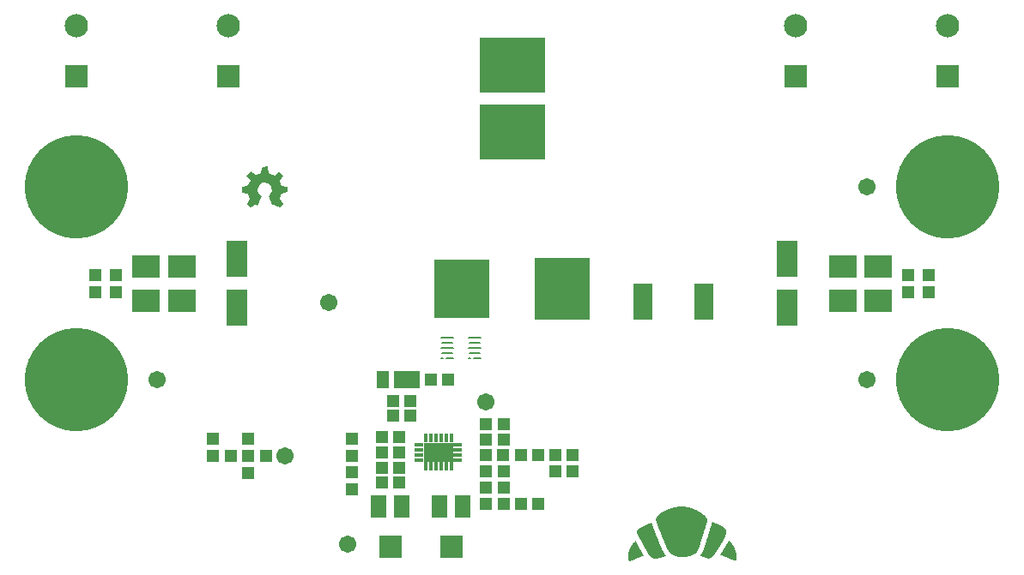
<source format=gts>
G04*
G04 #@! TF.GenerationSoftware,Altium Limited,Altium Designer,21.3.2 (30)*
G04*
G04 Layer_Color=8388736*
%FSLAX25Y25*%
%MOIN*%
G70*
G04*
G04 #@! TF.SameCoordinates,26355F08-9206-417B-94F2-C20795E45030*
G04*
G04*
G04 #@! TF.FilePolarity,Negative*
G04*
G01*
G75*
G04:AMPARAMS|DCode=18|XSize=9.06mil|YSize=31.69mil|CornerRadius=2.26mil|HoleSize=0mil|Usage=FLASHONLY|Rotation=90.000|XOffset=0mil|YOffset=0mil|HoleType=Round|Shape=RoundedRectangle|*
%AMROUNDEDRECTD18*
21,1,0.00906,0.02717,0,0,90.0*
21,1,0.00453,0.03169,0,0,90.0*
1,1,0.00453,0.01358,0.00226*
1,1,0.00453,0.01358,-0.00226*
1,1,0.00453,-0.01358,-0.00226*
1,1,0.00453,-0.01358,0.00226*
%
%ADD18ROUNDEDRECTD18*%
G04:AMPARAMS|DCode=19|XSize=9.06mil|YSize=11.02mil|CornerRadius=2.26mil|HoleSize=0mil|Usage=FLASHONLY|Rotation=90.000|XOffset=0mil|YOffset=0mil|HoleType=Round|Shape=RoundedRectangle|*
%AMROUNDEDRECTD19*
21,1,0.00906,0.00650,0,0,90.0*
21,1,0.00453,0.01102,0,0,90.0*
1,1,0.00453,0.00325,0.00226*
1,1,0.00453,0.00325,-0.00226*
1,1,0.00453,-0.00325,-0.00226*
1,1,0.00453,-0.00325,0.00226*
%
%ADD19ROUNDEDRECTD19*%
G04:AMPARAMS|DCode=36|XSize=9.06mil|YSize=52.36mil|CornerRadius=2.26mil|HoleSize=0mil|Usage=FLASHONLY|Rotation=90.000|XOffset=0mil|YOffset=0mil|HoleType=Round|Shape=RoundedRectangle|*
%AMROUNDEDRECTD36*
21,1,0.00906,0.04784,0,0,90.0*
21,1,0.00453,0.05236,0,0,90.0*
1,1,0.00453,0.02392,0.00226*
1,1,0.00453,0.02392,-0.00226*
1,1,0.00453,-0.02392,-0.00226*
1,1,0.00453,-0.02392,0.00226*
%
%ADD36ROUNDEDRECTD36*%
G04:AMPARAMS|DCode=37|XSize=9.06mil|YSize=45.47mil|CornerRadius=2.26mil|HoleSize=0mil|Usage=FLASHONLY|Rotation=90.000|XOffset=0mil|YOffset=0mil|HoleType=Round|Shape=RoundedRectangle|*
%AMROUNDEDRECTD37*
21,1,0.00906,0.04095,0,0,90.0*
21,1,0.00453,0.04547,0,0,90.0*
1,1,0.00453,0.02047,0.00226*
1,1,0.00453,0.02047,-0.00226*
1,1,0.00453,-0.02047,-0.00226*
1,1,0.00453,-0.02047,0.00226*
%
%ADD37ROUNDEDRECTD37*%
%ADD38R,0.07296X0.13989*%
%ADD39R,0.25800X0.21587*%
%ADD40R,0.08083X0.14186*%
%ADD41R,0.05131X0.04737*%
%ADD42R,0.04737X0.05131*%
%ADD43R,0.05131X0.05131*%
%ADD44R,0.04934X0.06706*%
%ADD45R,0.10249X0.06706*%
%ADD46R,0.11233X0.07296*%
%ADD47R,0.03556X0.01784*%
%ADD48R,0.01784X0.03556*%
%ADD49R,0.21784X0.24028*%
%ADD50R,0.21784X0.22808*%
%ADD51R,0.08674X0.08674*%
%ADD52R,0.05918X0.08674*%
%ADD53R,0.11036X0.08674*%
%ADD54C,0.06706*%
%ADD55R,0.09068X0.09068*%
%ADD56C,0.09068*%
%ADD57C,0.40170*%
G36*
X102067Y162919D02*
X102315Y161156D01*
X104550Y160162D01*
X105196Y160759D01*
X106463Y161404D01*
X107878Y160138D01*
X106524Y158042D01*
X107305Y156018D01*
X109711Y155620D01*
X109663Y153548D01*
X107480Y153150D01*
X106636Y151030D01*
X108074Y149160D01*
X106577Y147527D01*
X104467Y148616D01*
X104195D01*
X104101Y148522D01*
X103543Y148671D01*
X102202Y151991D01*
X102535Y152358D01*
X103656Y153847D01*
X103376Y155685D01*
X102658Y156736D01*
X101029Y157279D01*
X100119Y157191D01*
X98998Y156579D01*
X98193Y155493D01*
X98105Y154285D01*
X98368Y153199D01*
X98945Y152533D01*
X99506Y152008D01*
X98035Y148471D01*
X97212Y148804D01*
X97002Y148664D01*
X95268Y147701D01*
X93902Y149049D01*
X95076Y151150D01*
X94200Y153129D01*
X91987Y153417D01*
Y155598D01*
X94044Y155965D01*
X95286Y158002D01*
X93821Y160138D01*
X95286Y161603D01*
X97323Y160237D01*
X99384Y161082D01*
X99657Y162969D01*
X99980Y163466D01*
X101868Y163515D01*
X102067Y162919D01*
D02*
G37*
G36*
X263369Y31210D02*
X264452D01*
Y31120D01*
X264813D01*
Y31029D01*
X265354D01*
Y30939D01*
X265625D01*
Y30849D01*
X266076D01*
Y30759D01*
X266347D01*
Y30669D01*
X266617D01*
Y30578D01*
X266888D01*
Y30488D01*
X267159D01*
Y30398D01*
X267429D01*
Y30308D01*
X267610D01*
Y30217D01*
X267790D01*
Y30127D01*
X268061D01*
Y30037D01*
X268241D01*
Y29947D01*
X268422D01*
Y29856D01*
X268602D01*
Y29766D01*
X268783D01*
Y29676D01*
X268963D01*
Y29586D01*
X269144D01*
Y29495D01*
X269324D01*
Y29405D01*
X269414D01*
Y29315D01*
X269595D01*
Y29225D01*
X269775D01*
Y29135D01*
X269865D01*
Y29044D01*
X270046D01*
Y28954D01*
X270136D01*
Y28864D01*
X270317D01*
Y28774D01*
X270407D01*
Y28684D01*
X270587D01*
Y28593D01*
X270678D01*
Y28503D01*
X270768D01*
Y28413D01*
X270948D01*
Y28323D01*
X271039D01*
Y28232D01*
X271129D01*
Y28142D01*
X271219D01*
Y28052D01*
X271309D01*
Y27962D01*
X271490D01*
Y27871D01*
X271580D01*
Y27781D01*
X271670D01*
Y27691D01*
X271760D01*
Y27601D01*
X271850D01*
Y27510D01*
X271941D01*
Y27420D01*
Y27330D01*
X272031D01*
Y27240D01*
X272121D01*
Y27150D01*
X272212D01*
Y27059D01*
Y26969D01*
X272302D01*
Y26879D01*
X272392D01*
Y26789D01*
Y26698D01*
X272482D01*
Y26608D01*
Y26518D01*
X272572D01*
Y26428D01*
Y26338D01*
Y26247D01*
Y26157D01*
X272663D01*
Y26067D01*
Y25977D01*
Y25886D01*
Y25796D01*
Y25706D01*
Y25616D01*
Y25526D01*
Y25435D01*
Y25345D01*
X272572D01*
Y25255D01*
Y25165D01*
Y25074D01*
Y24984D01*
X272482D01*
Y24894D01*
Y24804D01*
Y24713D01*
Y24623D01*
X272392D01*
Y24533D01*
Y24443D01*
X272302D01*
Y24352D01*
Y24262D01*
Y24172D01*
X272212D01*
Y24082D01*
Y23992D01*
Y23901D01*
X272121D01*
Y23811D01*
Y23721D01*
Y23631D01*
X272031D01*
Y23540D01*
Y23450D01*
Y23360D01*
Y23270D01*
X271941D01*
Y23179D01*
Y23089D01*
Y22999D01*
X271850D01*
Y22909D01*
Y22819D01*
Y22728D01*
X271760D01*
Y22638D01*
Y22548D01*
Y22458D01*
X271670D01*
Y22367D01*
Y22277D01*
Y22187D01*
X271580D01*
Y22097D01*
Y22007D01*
Y21916D01*
X271490D01*
Y21826D01*
Y21736D01*
Y21646D01*
Y21555D01*
X271399D01*
Y21465D01*
Y21375D01*
Y21285D01*
X271309D01*
Y21194D01*
Y21104D01*
Y21014D01*
X271219D01*
Y20924D01*
Y20834D01*
Y20743D01*
X271129D01*
Y20653D01*
Y20563D01*
Y20473D01*
X271039D01*
Y20382D01*
Y20292D01*
Y20202D01*
X270948D01*
Y20112D01*
Y20021D01*
Y19931D01*
Y19841D01*
X270858D01*
Y19751D01*
Y19661D01*
Y19570D01*
X270768D01*
Y19480D01*
Y19390D01*
Y19300D01*
X270678D01*
Y19209D01*
Y19119D01*
Y19029D01*
X270587D01*
Y18939D01*
Y18849D01*
Y18758D01*
X270497D01*
Y18668D01*
Y18578D01*
Y18488D01*
X270407D01*
Y18397D01*
Y18307D01*
Y18217D01*
Y18127D01*
X270317D01*
Y18036D01*
Y17946D01*
Y17856D01*
X270226D01*
Y17766D01*
Y17676D01*
Y17585D01*
X270136D01*
Y17495D01*
Y17405D01*
Y17315D01*
Y17224D01*
X270046D01*
Y17134D01*
Y17044D01*
Y16954D01*
X269956D01*
Y16864D01*
Y16773D01*
Y16683D01*
X269865D01*
Y16593D01*
Y16503D01*
Y16412D01*
X269775D01*
Y16322D01*
Y16232D01*
Y16142D01*
X269685D01*
Y16051D01*
Y15961D01*
Y15871D01*
X269595D01*
Y15781D01*
Y15691D01*
Y15600D01*
Y15510D01*
X269505D01*
Y15420D01*
Y15330D01*
Y15239D01*
X269414D01*
Y15149D01*
Y15059D01*
X269324D01*
Y14969D01*
Y14878D01*
Y14788D01*
X269234D01*
Y14698D01*
Y14608D01*
X269144D01*
Y14518D01*
Y14427D01*
X269054D01*
Y14337D01*
Y14247D01*
X268963D01*
Y14157D01*
Y14066D01*
X268873D01*
Y13976D01*
Y13886D01*
X268783D01*
Y13796D01*
X268692D01*
Y13706D01*
X268602D01*
Y13615D01*
Y13525D01*
X268512D01*
Y13435D01*
X268422D01*
Y13345D01*
X268332D01*
Y13254D01*
X268241D01*
Y13164D01*
X268061D01*
Y13074D01*
X267971D01*
Y12984D01*
X267881D01*
Y12893D01*
X267700D01*
Y12803D01*
X267520D01*
Y12713D01*
X267339D01*
Y12623D01*
X267159D01*
Y12533D01*
X266978D01*
Y12442D01*
X266798D01*
Y12352D01*
X266527D01*
Y12262D01*
X266256D01*
Y12172D01*
X265986D01*
Y12082D01*
X265715D01*
Y11991D01*
X265264D01*
Y11901D01*
X264993D01*
Y11811D01*
X264362D01*
Y11721D01*
X263098D01*
Y11630D01*
X262828D01*
Y11721D01*
X261655D01*
Y11811D01*
X261113D01*
Y11901D01*
X260752D01*
Y11991D01*
X260391D01*
Y12082D01*
X260211D01*
Y12172D01*
X259940D01*
Y12262D01*
X259670D01*
Y12352D01*
X259489D01*
Y12442D01*
X259309D01*
Y12533D01*
X259128D01*
Y12623D01*
X259038D01*
Y12713D01*
X258858D01*
Y12803D01*
X258677D01*
Y12893D01*
X258587D01*
Y12984D01*
X258497D01*
Y13074D01*
X258406D01*
Y13164D01*
X258316D01*
Y13254D01*
X258226D01*
Y13345D01*
X258136D01*
Y13435D01*
X258046D01*
Y13525D01*
X257955D01*
Y13615D01*
X257865D01*
Y13706D01*
X257775D01*
Y13796D01*
X257685D01*
Y13886D01*
Y13976D01*
X257594D01*
Y14066D01*
X257504D01*
Y14157D01*
Y14247D01*
X257414D01*
Y14337D01*
Y14427D01*
X257324D01*
Y14518D01*
X257234D01*
Y14608D01*
Y14698D01*
X257143D01*
Y14788D01*
Y14878D01*
X257053D01*
Y14969D01*
Y15059D01*
X256963D01*
Y15149D01*
Y15239D01*
X256873D01*
Y15330D01*
Y15420D01*
Y15510D01*
X256782D01*
Y15600D01*
Y15691D01*
X256692D01*
Y15781D01*
Y15871D01*
X256602D01*
Y15961D01*
Y16051D01*
X256512D01*
Y16142D01*
Y16232D01*
Y16322D01*
X256421D01*
Y16412D01*
Y16503D01*
X256331D01*
Y16593D01*
Y16683D01*
Y16773D01*
X256241D01*
Y16864D01*
Y16954D01*
Y17044D01*
X256151D01*
Y17134D01*
Y17224D01*
X256061D01*
Y17315D01*
Y17405D01*
X255970D01*
Y17495D01*
Y17585D01*
Y17676D01*
X255880D01*
Y17766D01*
Y17856D01*
X255790D01*
Y17946D01*
Y18036D01*
Y18127D01*
X255700D01*
Y18217D01*
Y18307D01*
X255609D01*
Y18397D01*
Y18488D01*
Y18578D01*
X255519D01*
Y18668D01*
Y18758D01*
X255429D01*
Y18849D01*
Y18939D01*
Y19029D01*
X255339D01*
Y19119D01*
Y19209D01*
X255248D01*
Y19300D01*
Y19390D01*
Y19480D01*
X255158D01*
Y19570D01*
Y19661D01*
Y19751D01*
X255068D01*
Y19841D01*
Y19931D01*
X254978D01*
Y20021D01*
Y20112D01*
X254888D01*
Y20202D01*
Y20292D01*
Y20382D01*
X254797D01*
Y20473D01*
Y20563D01*
X254707D01*
Y20653D01*
Y20743D01*
Y20834D01*
X254617D01*
Y20924D01*
Y21014D01*
X254527D01*
Y21104D01*
Y21194D01*
Y21285D01*
X254436D01*
Y21375D01*
Y21465D01*
X254346D01*
Y21555D01*
Y21646D01*
Y21736D01*
X254256D01*
Y21826D01*
Y21916D01*
X254166D01*
Y22007D01*
Y22097D01*
Y22187D01*
X254076D01*
Y22277D01*
Y22367D01*
X253985D01*
Y22458D01*
Y22548D01*
X253895D01*
Y22638D01*
Y22728D01*
Y22819D01*
X253805D01*
Y22909D01*
Y22999D01*
X253715D01*
Y23089D01*
Y23179D01*
Y23270D01*
X253624D01*
Y23360D01*
Y23450D01*
Y23540D01*
X253534D01*
Y23631D01*
Y23721D01*
X253444D01*
Y23811D01*
Y23901D01*
Y23992D01*
X253354D01*
Y24082D01*
Y24172D01*
X253263D01*
Y24262D01*
Y24352D01*
Y24443D01*
X253173D01*
Y24533D01*
Y24623D01*
X253083D01*
Y24713D01*
Y24804D01*
Y24894D01*
X252993D01*
Y24984D01*
Y25074D01*
Y25165D01*
Y25255D01*
X252903D01*
Y25345D01*
Y25435D01*
Y25526D01*
X252812D01*
Y25616D01*
Y25706D01*
Y25796D01*
Y25886D01*
Y25977D01*
Y26067D01*
Y26157D01*
Y26247D01*
Y26338D01*
Y26428D01*
Y26518D01*
Y26608D01*
X252903D01*
Y26698D01*
Y26789D01*
Y26879D01*
X252993D01*
Y26969D01*
Y27059D01*
X253083D01*
Y27150D01*
Y27240D01*
X253173D01*
Y27330D01*
X253263D01*
Y27420D01*
Y27510D01*
X253354D01*
Y27601D01*
X253444D01*
Y27691D01*
X253534D01*
Y27781D01*
X253624D01*
Y27871D01*
X253715D01*
Y27962D01*
X253805D01*
Y28052D01*
X253895D01*
Y28142D01*
X253985D01*
Y28232D01*
X254076D01*
Y28323D01*
X254166D01*
Y28413D01*
X254346D01*
Y28503D01*
X254436D01*
Y28593D01*
X254527D01*
Y28684D01*
X254707D01*
Y28774D01*
X254797D01*
Y28864D01*
X254978D01*
Y28954D01*
X255068D01*
Y29044D01*
X255248D01*
Y29135D01*
X255429D01*
Y29225D01*
X255519D01*
Y29315D01*
X255700D01*
Y29405D01*
X255880D01*
Y29495D01*
X256061D01*
Y29586D01*
X256241D01*
Y29676D01*
X256421D01*
Y29766D01*
X256602D01*
Y29856D01*
X256782D01*
Y29947D01*
X256963D01*
Y30037D01*
X257143D01*
Y30127D01*
X257414D01*
Y30217D01*
X257685D01*
Y30308D01*
X257865D01*
Y30398D01*
X258136D01*
Y30488D01*
X258406D01*
Y30578D01*
X258677D01*
Y30669D01*
X259038D01*
Y30759D01*
X259309D01*
Y30849D01*
X259760D01*
Y30939D01*
X260031D01*
Y31029D01*
X260572D01*
Y31120D01*
X261023D01*
Y31210D01*
X262106D01*
Y31300D01*
X263369D01*
Y31210D01*
D02*
G37*
G36*
X274648Y25255D02*
X274918D01*
Y25165D01*
X275189D01*
Y25074D01*
X275369D01*
Y24984D01*
X275640D01*
Y24894D01*
X275821D01*
Y24804D01*
X276091D01*
Y24713D01*
X276272D01*
Y24623D01*
X276542D01*
Y24533D01*
X276723D01*
Y24443D01*
X276903D01*
Y24352D01*
X277084D01*
Y24262D01*
X277264D01*
Y24172D01*
X277535D01*
Y24082D01*
X277625D01*
Y23992D01*
X277806D01*
Y23901D01*
X277986D01*
Y23811D01*
X278167D01*
Y23721D01*
X278347D01*
Y23631D01*
X278437D01*
Y23540D01*
X278618D01*
Y23450D01*
X278798D01*
Y23360D01*
X278888D01*
Y23270D01*
X278978D01*
Y23179D01*
X279159D01*
Y23089D01*
X279249D01*
Y22999D01*
X279340D01*
Y22909D01*
X279430D01*
Y22819D01*
X279520D01*
Y22728D01*
X279610D01*
Y22638D01*
X279700D01*
Y22548D01*
X279791D01*
Y22458D01*
Y22367D01*
X279881D01*
Y22277D01*
Y22187D01*
X279971D01*
Y22097D01*
Y22007D01*
X280061D01*
Y21916D01*
Y21826D01*
Y21736D01*
Y21646D01*
Y21555D01*
Y21465D01*
Y21375D01*
Y21285D01*
Y21194D01*
Y21104D01*
Y21014D01*
Y20924D01*
Y20834D01*
Y20743D01*
X279971D01*
Y20653D01*
Y20563D01*
Y20473D01*
Y20382D01*
X279881D01*
Y20292D01*
Y20202D01*
X279791D01*
Y20112D01*
Y20021D01*
Y19931D01*
X279700D01*
Y19841D01*
Y19751D01*
Y19661D01*
X279610D01*
Y19570D01*
Y19480D01*
X279520D01*
Y19390D01*
Y19300D01*
X279430D01*
Y19209D01*
Y19119D01*
Y19029D01*
X279340D01*
Y18939D01*
Y18849D01*
X279249D01*
Y18758D01*
Y18668D01*
X279159D01*
Y18578D01*
Y18488D01*
X279069D01*
Y18397D01*
Y18307D01*
X278978D01*
Y18217D01*
Y18127D01*
X278888D01*
Y18036D01*
X278798D01*
Y17946D01*
Y17856D01*
X278708D01*
Y17766D01*
X278618D01*
Y17676D01*
Y17585D01*
X278527D01*
Y17495D01*
Y17405D01*
X278437D01*
Y17315D01*
X278347D01*
Y17224D01*
Y17134D01*
X278257D01*
Y17044D01*
Y16954D01*
X278167D01*
Y16864D01*
X278076D01*
Y16773D01*
Y16683D01*
X277986D01*
Y16593D01*
Y16503D01*
X277896D01*
Y16412D01*
X277806D01*
Y16322D01*
Y16232D01*
X277715D01*
Y16142D01*
X277625D01*
Y16051D01*
Y15961D01*
X277535D01*
Y15871D01*
Y15781D01*
X277445D01*
Y15691D01*
X277354D01*
Y15600D01*
Y15510D01*
X277264D01*
Y15420D01*
Y15330D01*
X277174D01*
Y15239D01*
X277084D01*
Y15149D01*
Y15059D01*
X276994D01*
Y14969D01*
X276903D01*
Y14878D01*
Y14788D01*
X276813D01*
Y14698D01*
Y14608D01*
X276723D01*
Y14518D01*
X276633D01*
Y14427D01*
Y14337D01*
X276542D01*
Y14247D01*
X276452D01*
Y14157D01*
Y14066D01*
X276362D01*
Y13976D01*
X276272D01*
Y13886D01*
Y13796D01*
X276182D01*
Y13706D01*
X276091D01*
Y13615D01*
Y13525D01*
X276001D01*
Y13435D01*
X275911D01*
Y13345D01*
Y13254D01*
X275821D01*
Y13164D01*
X275730D01*
Y13074D01*
Y12984D01*
X275640D01*
Y12893D01*
X275550D01*
Y12803D01*
Y12713D01*
X275460D01*
Y12623D01*
X275369D01*
Y12533D01*
X275279D01*
Y12442D01*
Y12352D01*
X275189D01*
Y12262D01*
X275099D01*
Y12172D01*
X275009D01*
Y12082D01*
X274918D01*
Y11991D01*
Y11901D01*
X274828D01*
Y11811D01*
X274738D01*
Y11721D01*
X274648D01*
Y11630D01*
X274557D01*
Y11540D01*
X274377D01*
Y11450D01*
X274287D01*
Y11360D01*
X274197D01*
Y11269D01*
X274016D01*
Y11179D01*
X273836D01*
Y11089D01*
X272663D01*
Y11179D01*
X272302D01*
Y11269D01*
X272031D01*
Y11360D01*
X271760D01*
Y11450D01*
X271580D01*
Y11540D01*
X271309D01*
Y11630D01*
X271129D01*
Y11721D01*
X270858D01*
Y11811D01*
X270678D01*
Y11901D01*
X270497D01*
Y11991D01*
X270226D01*
Y12082D01*
X270046D01*
Y12172D01*
X269865D01*
Y12262D01*
X269956D01*
Y12352D01*
X270046D01*
Y12442D01*
X270136D01*
Y12533D01*
X270226D01*
Y12623D01*
Y12713D01*
X270317D01*
Y12803D01*
X270407D01*
Y12893D01*
X270497D01*
Y12984D01*
Y13074D01*
X270587D01*
Y13164D01*
Y13254D01*
X270678D01*
Y13345D01*
Y13435D01*
X270768D01*
Y13525D01*
Y13615D01*
X270858D01*
Y13706D01*
Y13796D01*
X270948D01*
Y13886D01*
Y13976D01*
X271039D01*
Y14066D01*
Y14157D01*
X271129D01*
Y14247D01*
Y14337D01*
Y14427D01*
X271219D01*
Y14518D01*
Y14608D01*
Y14698D01*
X271309D01*
Y14788D01*
Y14878D01*
Y14969D01*
X271399D01*
Y15059D01*
Y15149D01*
Y15239D01*
X271490D01*
Y15330D01*
Y15420D01*
Y15510D01*
X271580D01*
Y15600D01*
Y15691D01*
Y15781D01*
Y15871D01*
X271670D01*
Y15961D01*
Y16051D01*
X271760D01*
Y16142D01*
Y16232D01*
Y16322D01*
Y16412D01*
X271850D01*
Y16503D01*
Y16593D01*
Y16683D01*
X271941D01*
Y16773D01*
Y16864D01*
Y16954D01*
X272031D01*
Y17044D01*
Y17134D01*
Y17224D01*
Y17315D01*
X272121D01*
Y17405D01*
Y17495D01*
X272212D01*
Y17585D01*
Y17676D01*
Y17766D01*
Y17856D01*
X272302D01*
Y17946D01*
Y18036D01*
X272392D01*
Y18127D01*
Y18217D01*
Y18307D01*
Y18397D01*
X272482D01*
Y18488D01*
Y18578D01*
Y18668D01*
X272572D01*
Y18758D01*
Y18849D01*
Y18939D01*
X272663D01*
Y19029D01*
Y19119D01*
Y19209D01*
Y19300D01*
X272753D01*
Y19390D01*
Y19480D01*
X272843D01*
Y19570D01*
Y19661D01*
Y19751D01*
Y19841D01*
X272933D01*
Y19931D01*
Y20021D01*
Y20112D01*
X273024D01*
Y20202D01*
Y20292D01*
Y20382D01*
X273114D01*
Y20473D01*
Y20563D01*
Y20653D01*
Y20743D01*
X273204D01*
Y20834D01*
Y20924D01*
X273294D01*
Y21014D01*
Y21104D01*
Y21194D01*
Y21285D01*
X273384D01*
Y21375D01*
Y21465D01*
Y21555D01*
X273475D01*
Y21646D01*
Y21736D01*
Y21826D01*
X273565D01*
Y21916D01*
Y22007D01*
Y22097D01*
X273655D01*
Y22187D01*
Y22277D01*
Y22367D01*
X273745D01*
Y22458D01*
Y22548D01*
Y22638D01*
Y22728D01*
X273836D01*
Y22819D01*
Y22909D01*
Y22999D01*
X273926D01*
Y23089D01*
Y23179D01*
Y23270D01*
X274016D01*
Y23360D01*
Y23450D01*
Y23540D01*
X274106D01*
Y23631D01*
Y23721D01*
Y23811D01*
X274197D01*
Y23901D01*
Y23992D01*
Y24082D01*
X274287D01*
Y24172D01*
Y24262D01*
Y24352D01*
X274377D01*
Y24443D01*
Y24533D01*
Y24623D01*
Y24713D01*
X274467D01*
Y24804D01*
Y24894D01*
Y24984D01*
Y25074D01*
X274557D01*
Y25165D01*
Y25255D01*
Y25345D01*
X274648D01*
Y25255D01*
D02*
G37*
G36*
X251008Y24894D02*
Y24804D01*
X251098D01*
Y24713D01*
Y24623D01*
Y24533D01*
X251188D01*
Y24443D01*
Y24352D01*
Y24262D01*
X251278D01*
Y24172D01*
Y24082D01*
Y23992D01*
X251369D01*
Y23901D01*
Y23811D01*
Y23721D01*
X251459D01*
Y23631D01*
Y23540D01*
X251549D01*
Y23450D01*
Y23360D01*
Y23270D01*
X251639D01*
Y23179D01*
Y23089D01*
X251730D01*
Y22999D01*
Y22909D01*
Y22819D01*
X251820D01*
Y22728D01*
Y22638D01*
X251910D01*
Y22548D01*
Y22458D01*
Y22367D01*
X252000D01*
Y22277D01*
Y22187D01*
X252091D01*
Y22097D01*
Y22007D01*
Y21916D01*
X252181D01*
Y21826D01*
Y21736D01*
X252271D01*
Y21646D01*
Y21555D01*
Y21465D01*
X252361D01*
Y21375D01*
Y21285D01*
X252451D01*
Y21194D01*
Y21104D01*
Y21014D01*
X252542D01*
Y20924D01*
Y20834D01*
X252632D01*
Y20743D01*
Y20653D01*
X252722D01*
Y20563D01*
Y20473D01*
Y20382D01*
X252812D01*
Y20292D01*
Y20202D01*
Y20112D01*
X252903D01*
Y20021D01*
Y19931D01*
X252993D01*
Y19841D01*
Y19751D01*
X253083D01*
Y19661D01*
Y19570D01*
Y19480D01*
X253173D01*
Y19390D01*
Y19300D01*
X253263D01*
Y19209D01*
Y19119D01*
Y19029D01*
X253354D01*
Y18939D01*
Y18849D01*
X253444D01*
Y18758D01*
Y18668D01*
Y18578D01*
X253534D01*
Y18488D01*
Y18397D01*
X253624D01*
Y18307D01*
Y18217D01*
Y18127D01*
X253715D01*
Y18036D01*
Y17946D01*
X253805D01*
Y17856D01*
Y17766D01*
Y17676D01*
X253895D01*
Y17585D01*
Y17495D01*
X253985D01*
Y17405D01*
Y17315D01*
Y17224D01*
X254076D01*
Y17134D01*
Y17044D01*
X254166D01*
Y16954D01*
Y16864D01*
Y16773D01*
X254256D01*
Y16683D01*
Y16593D01*
X254346D01*
Y16503D01*
Y16412D01*
Y16322D01*
X254436D01*
Y16232D01*
Y16142D01*
X254527D01*
Y16051D01*
Y15961D01*
Y15871D01*
X254617D01*
Y15781D01*
Y15691D01*
X254707D01*
Y15600D01*
Y15510D01*
Y15420D01*
X254797D01*
Y15330D01*
Y15239D01*
X254888D01*
Y15149D01*
Y15059D01*
X254978D01*
Y14969D01*
Y14878D01*
Y14788D01*
X255068D01*
Y14698D01*
Y14608D01*
X255158D01*
Y14518D01*
Y14427D01*
X255248D01*
Y14337D01*
Y14247D01*
X255339D01*
Y14157D01*
Y14066D01*
X255429D01*
Y13976D01*
Y13886D01*
X255519D01*
Y13796D01*
Y13706D01*
X255609D01*
Y13615D01*
Y13525D01*
X255700D01*
Y13435D01*
Y13345D01*
X255790D01*
Y13254D01*
X255880D01*
Y13164D01*
Y13074D01*
X255970D01*
Y12984D01*
X256061D01*
Y12893D01*
Y12803D01*
X256151D01*
Y12713D01*
X256241D01*
Y12623D01*
X256331D01*
Y12533D01*
X256421D01*
Y12442D01*
Y12352D01*
X256512D01*
Y12262D01*
X256602D01*
Y12172D01*
X256512D01*
Y12082D01*
X256331D01*
Y11991D01*
X256061D01*
Y11901D01*
X255880D01*
Y11811D01*
X255609D01*
Y11721D01*
X255429D01*
Y11630D01*
X255158D01*
Y11540D01*
X254888D01*
Y11450D01*
X254707D01*
Y11360D01*
X254346D01*
Y11269D01*
X254076D01*
Y11179D01*
X253715D01*
Y11089D01*
X253263D01*
Y10999D01*
X252000D01*
Y11089D01*
X251730D01*
Y11179D01*
X251549D01*
Y11269D01*
X251369D01*
Y11360D01*
X251278D01*
Y11450D01*
X251098D01*
Y11540D01*
X251008D01*
Y11630D01*
X250918D01*
Y11721D01*
X250827D01*
Y11811D01*
X250737D01*
Y11901D01*
X250647D01*
Y11991D01*
X250557D01*
Y12082D01*
X250466D01*
Y12172D01*
X250376D01*
Y12262D01*
X250286D01*
Y12352D01*
X250196D01*
Y12442D01*
X250106D01*
Y12533D01*
Y12623D01*
X250015D01*
Y12713D01*
X249925D01*
Y12803D01*
X249835D01*
Y12893D01*
X249745D01*
Y12984D01*
Y13074D01*
X249654D01*
Y13164D01*
X249564D01*
Y13254D01*
X249474D01*
Y13345D01*
Y13435D01*
X249384D01*
Y13525D01*
Y13615D01*
X249293D01*
Y13706D01*
Y13796D01*
X249203D01*
Y13886D01*
Y13976D01*
X249113D01*
Y14066D01*
X249023D01*
Y14157D01*
Y14247D01*
X248933D01*
Y14337D01*
Y14427D01*
X248842D01*
Y14518D01*
Y14608D01*
X248752D01*
Y14698D01*
Y14788D01*
X248662D01*
Y14878D01*
X248572D01*
Y14969D01*
Y15059D01*
X248481D01*
Y15149D01*
Y15239D01*
X248391D01*
Y15330D01*
Y15420D01*
X248301D01*
Y15510D01*
Y15600D01*
X248211D01*
Y15691D01*
Y15781D01*
X248120D01*
Y15871D01*
Y15961D01*
X248030D01*
Y16051D01*
X247940D01*
Y16142D01*
Y16232D01*
X247850D01*
Y16322D01*
Y16412D01*
X247760D01*
Y16503D01*
Y16593D01*
X247669D01*
Y16683D01*
Y16773D01*
X247579D01*
Y16864D01*
X247489D01*
Y16954D01*
Y17044D01*
X247399D01*
Y17134D01*
Y17224D01*
X247308D01*
Y17315D01*
Y17405D01*
X247218D01*
Y17495D01*
Y17585D01*
X247128D01*
Y17676D01*
X247038D01*
Y17766D01*
Y17856D01*
X246948D01*
Y17946D01*
Y18036D01*
X246857D01*
Y18127D01*
Y18217D01*
X246767D01*
Y18307D01*
Y18397D01*
X246677D01*
Y18488D01*
Y18578D01*
X246587D01*
Y18668D01*
Y18758D01*
X246496D01*
Y18849D01*
X246406D01*
Y18939D01*
Y19029D01*
X246316D01*
Y19119D01*
Y19209D01*
X246226D01*
Y19300D01*
Y19390D01*
X246135D01*
Y19480D01*
Y19570D01*
X246045D01*
Y19661D01*
X245955D01*
Y19751D01*
Y19841D01*
X245865D01*
Y19931D01*
Y20021D01*
X245775D01*
Y20112D01*
Y20202D01*
X245684D01*
Y20292D01*
Y20382D01*
X245594D01*
Y20473D01*
Y20563D01*
X245504D01*
Y20653D01*
Y20743D01*
Y20834D01*
X245414D01*
Y20924D01*
Y21014D01*
X245323D01*
Y21104D01*
Y21194D01*
Y21285D01*
Y21375D01*
Y21465D01*
Y21555D01*
Y21646D01*
Y21736D01*
X245414D01*
Y21826D01*
Y21916D01*
X245504D01*
Y22007D01*
Y22097D01*
X245594D01*
Y22187D01*
X245684D01*
Y22277D01*
X245775D01*
Y22367D01*
X245865D01*
Y22458D01*
X245955D01*
Y22548D01*
X246045D01*
Y22638D01*
X246226D01*
Y22728D01*
X246316D01*
Y22819D01*
X246496D01*
Y22909D01*
X246587D01*
Y22999D01*
X246767D01*
Y23089D01*
X246948D01*
Y23179D01*
X247038D01*
Y23270D01*
X247218D01*
Y23360D01*
X247399D01*
Y23450D01*
X247579D01*
Y23540D01*
X247760D01*
Y23631D01*
X247850D01*
Y23721D01*
X248120D01*
Y23811D01*
X248301D01*
Y23901D01*
X248481D01*
Y23992D01*
X248662D01*
Y24082D01*
X248842D01*
Y24172D01*
X249113D01*
Y24262D01*
X249203D01*
Y24352D01*
X249474D01*
Y24443D01*
X249654D01*
Y24533D01*
X249925D01*
Y24623D01*
X250106D01*
Y24713D01*
X250286D01*
Y24804D01*
X250557D01*
Y24894D01*
X250737D01*
Y24984D01*
X251008D01*
Y24894D01*
D02*
G37*
G36*
X281054Y17946D02*
X281144D01*
Y17856D01*
X281325D01*
Y17766D01*
X281415D01*
Y17676D01*
X281505D01*
Y17585D01*
X281595D01*
Y17495D01*
X281685D01*
Y17405D01*
X281776D01*
Y17315D01*
X281866D01*
Y17224D01*
X281956D01*
Y17134D01*
X282046D01*
Y17044D01*
Y16954D01*
X282137D01*
Y16864D01*
X282227D01*
Y16773D01*
X282317D01*
Y16683D01*
X282407D01*
Y16593D01*
Y16503D01*
X282498D01*
Y16412D01*
X282588D01*
Y16322D01*
Y16232D01*
X282678D01*
Y16142D01*
X282768D01*
Y16051D01*
Y15961D01*
X282858D01*
Y15871D01*
Y15781D01*
X282949D01*
Y15691D01*
X283039D01*
Y15600D01*
Y15510D01*
X283129D01*
Y15420D01*
Y15330D01*
X283219D01*
Y15239D01*
Y15149D01*
X283310D01*
Y15059D01*
Y14969D01*
Y14878D01*
X283400D01*
Y14788D01*
Y14698D01*
X283490D01*
Y14608D01*
Y14518D01*
Y14427D01*
X283580D01*
Y14337D01*
Y14247D01*
Y14157D01*
X283670D01*
Y14066D01*
Y13976D01*
Y13886D01*
Y13796D01*
X283761D01*
Y13706D01*
Y13615D01*
Y13525D01*
Y13435D01*
X283851D01*
Y13345D01*
Y13254D01*
Y13164D01*
Y13074D01*
Y12984D01*
X283941D01*
Y12893D01*
Y12803D01*
Y12713D01*
Y12623D01*
Y12533D01*
Y12442D01*
Y12352D01*
Y12262D01*
Y12172D01*
X284031D01*
Y12082D01*
Y11991D01*
Y11901D01*
Y11811D01*
Y11721D01*
Y11630D01*
Y11540D01*
Y11450D01*
Y11360D01*
Y11269D01*
X283941D01*
Y11179D01*
Y11089D01*
Y10999D01*
Y10909D01*
Y10818D01*
Y10728D01*
Y10638D01*
Y10548D01*
X283851D01*
Y10457D01*
Y10367D01*
Y10277D01*
X283219D01*
Y10367D01*
X282949D01*
Y10457D01*
X282678D01*
Y10548D01*
X282407D01*
Y10638D01*
X282227D01*
Y10728D01*
X281956D01*
Y10818D01*
X281776D01*
Y10909D01*
X281505D01*
Y10999D01*
X281325D01*
Y11089D01*
X281054D01*
Y11179D01*
X280873D01*
Y11269D01*
X280693D01*
Y11360D01*
X280422D01*
Y11450D01*
X280242D01*
Y11540D01*
X280061D01*
Y11630D01*
X279791D01*
Y11721D01*
X279610D01*
Y11811D01*
X279340D01*
Y11901D01*
X279159D01*
Y11991D01*
X278888D01*
Y12082D01*
X278708D01*
Y12172D01*
X278527D01*
Y12262D01*
X278257D01*
Y12352D01*
X278076D01*
Y12442D01*
X277806D01*
Y12533D01*
X277715D01*
Y12623D01*
Y12713D01*
X277806D01*
Y12803D01*
X277896D01*
Y12893D01*
Y12984D01*
X277986D01*
Y13074D01*
X278076D01*
Y13164D01*
Y13254D01*
X278167D01*
Y13345D01*
X278257D01*
Y13435D01*
Y13525D01*
X278347D01*
Y13615D01*
X278437D01*
Y13706D01*
Y13796D01*
X278527D01*
Y13886D01*
Y13976D01*
X278618D01*
Y14066D01*
X278708D01*
Y14157D01*
Y14247D01*
X278798D01*
Y14337D01*
X278888D01*
Y14427D01*
Y14518D01*
X278978D01*
Y14608D01*
Y14698D01*
X279069D01*
Y14788D01*
X279159D01*
Y14878D01*
Y14969D01*
X279249D01*
Y15059D01*
X279340D01*
Y15149D01*
Y15239D01*
X279430D01*
Y15330D01*
Y15420D01*
X279520D01*
Y15510D01*
X279610D01*
Y15600D01*
Y15691D01*
X279700D01*
Y15781D01*
Y15871D01*
X279791D01*
Y15961D01*
X279881D01*
Y16051D01*
Y16142D01*
X279971D01*
Y16232D01*
Y16322D01*
X280061D01*
Y16412D01*
X280152D01*
Y16503D01*
Y16593D01*
X280242D01*
Y16683D01*
Y16773D01*
X280332D01*
Y16864D01*
X280422D01*
Y16954D01*
Y17044D01*
X280512D01*
Y17134D01*
X280603D01*
Y17224D01*
Y17315D01*
X280693D01*
Y17405D01*
Y17495D01*
X280783D01*
Y17585D01*
Y17676D01*
X280873D01*
Y17766D01*
Y17856D01*
X280964D01*
Y17946D01*
Y18036D01*
X281054D01*
Y17946D01*
D02*
G37*
G36*
X244872Y17766D02*
Y17676D01*
X244963D01*
Y17585D01*
Y17495D01*
X245053D01*
Y17405D01*
X245143D01*
Y17315D01*
Y17224D01*
X245233D01*
Y17134D01*
Y17044D01*
X245323D01*
Y16954D01*
Y16864D01*
X245414D01*
Y16773D01*
Y16683D01*
X245504D01*
Y16593D01*
Y16503D01*
X245594D01*
Y16412D01*
X245684D01*
Y16322D01*
Y16232D01*
X245775D01*
Y16142D01*
Y16051D01*
X245865D01*
Y15961D01*
Y15871D01*
X245955D01*
Y15781D01*
Y15691D01*
X246045D01*
Y15600D01*
X246135D01*
Y15510D01*
Y15420D01*
X246226D01*
Y15330D01*
Y15239D01*
X246316D01*
Y15149D01*
Y15059D01*
X246406D01*
Y14969D01*
Y14878D01*
X246496D01*
Y14788D01*
Y14698D01*
X246587D01*
Y14608D01*
X246677D01*
Y14518D01*
Y14427D01*
X246767D01*
Y14337D01*
Y14247D01*
X246857D01*
Y14157D01*
Y14066D01*
X246948D01*
Y13976D01*
Y13886D01*
X247038D01*
Y13796D01*
Y13706D01*
X247128D01*
Y13615D01*
X247218D01*
Y13525D01*
Y13435D01*
X247308D01*
Y13345D01*
Y13254D01*
X247399D01*
Y13164D01*
Y13074D01*
X247489D01*
Y12984D01*
Y12893D01*
X247579D01*
Y12803D01*
X247669D01*
Y12713D01*
Y12623D01*
X247760D01*
Y12533D01*
Y12442D01*
X247850D01*
Y12352D01*
Y12262D01*
X247940D01*
Y12172D01*
X247760D01*
Y12082D01*
X247579D01*
Y11991D01*
X247308D01*
Y11901D01*
X247128D01*
Y11811D01*
X246948D01*
Y11721D01*
X246677D01*
Y11630D01*
X246496D01*
Y11540D01*
X246226D01*
Y11450D01*
X246045D01*
Y11360D01*
X245865D01*
Y11269D01*
X245594D01*
Y11179D01*
X245414D01*
Y11089D01*
X245233D01*
Y10999D01*
X244963D01*
Y10909D01*
X244782D01*
Y10818D01*
X244602D01*
Y10728D01*
X244331D01*
Y10638D01*
X244150D01*
Y10548D01*
X243880D01*
Y10457D01*
X243699D01*
Y10367D01*
X243429D01*
Y10277D01*
X243158D01*
Y10187D01*
X242887D01*
Y10096D01*
X242526D01*
Y10006D01*
X242256D01*
Y10096D01*
Y10187D01*
X242165D01*
Y10277D01*
Y10367D01*
Y10457D01*
X242075D01*
Y10548D01*
Y10638D01*
Y10728D01*
Y10818D01*
Y10909D01*
Y10999D01*
Y11089D01*
X241985D01*
Y11179D01*
Y11269D01*
Y11360D01*
Y11450D01*
Y11540D01*
Y11630D01*
Y11721D01*
Y11811D01*
Y11901D01*
Y11991D01*
Y12082D01*
Y12172D01*
Y12262D01*
Y12352D01*
X242075D01*
Y12442D01*
Y12533D01*
Y12623D01*
Y12713D01*
Y12803D01*
Y12893D01*
Y12984D01*
Y13074D01*
Y13164D01*
X242165D01*
Y13254D01*
Y13345D01*
Y13435D01*
Y13525D01*
X242256D01*
Y13615D01*
Y13706D01*
Y13796D01*
Y13886D01*
Y13976D01*
X242346D01*
Y14066D01*
Y14157D01*
Y14247D01*
X242436D01*
Y14337D01*
Y14427D01*
Y14518D01*
X242526D01*
Y14608D01*
Y14698D01*
Y14788D01*
X242617D01*
Y14878D01*
Y14969D01*
X242707D01*
Y15059D01*
Y15149D01*
X242797D01*
Y15239D01*
Y15330D01*
X242887D01*
Y15420D01*
Y15510D01*
X242977D01*
Y15600D01*
Y15691D01*
X243068D01*
Y15781D01*
Y15871D01*
X243158D01*
Y15961D01*
Y16051D01*
X243248D01*
Y16142D01*
X243338D01*
Y16232D01*
Y16322D01*
X243429D01*
Y16412D01*
X243519D01*
Y16503D01*
X243609D01*
Y16593D01*
Y16683D01*
X243699D01*
Y16773D01*
X243790D01*
Y16864D01*
X243880D01*
Y16954D01*
X243970D01*
Y17044D01*
X244060D01*
Y17134D01*
Y17224D01*
X244150D01*
Y17315D01*
X244241D01*
Y17405D01*
X244331D01*
Y17495D01*
X244511D01*
Y17585D01*
Y17676D01*
X244692D01*
Y17766D01*
X244782D01*
Y17856D01*
X244872D01*
Y17766D01*
D02*
G37*
D18*
X172685Y88976D02*
D03*
X183317Y88975D02*
D03*
D19*
X169587Y88976D02*
D03*
X180219Y88975D02*
D03*
D36*
X171653Y92913D02*
D03*
Y96850D02*
D03*
X182286Y92912D02*
D03*
Y96849D02*
D03*
D37*
X171653Y90945D02*
D03*
Y94882D02*
D03*
X182286Y90944D02*
D03*
Y94881D02*
D03*
D38*
X247638Y111024D02*
D03*
X271260D02*
D03*
D39*
X196850Y177165D02*
D03*
Y202894D02*
D03*
D40*
X90158Y127657D02*
D03*
Y108563D02*
D03*
X303543Y127657D02*
D03*
Y108563D02*
D03*
D41*
X87795Y50984D02*
D03*
X101181D02*
D03*
X220276Y44882D02*
D03*
X213583D02*
D03*
X152953Y58268D02*
D03*
X146260D02*
D03*
X213583Y51402D02*
D03*
X220276D02*
D03*
X150591Y66535D02*
D03*
X157283D02*
D03*
Y72441D02*
D03*
X150591D02*
D03*
X193504Y57480D02*
D03*
X186811D02*
D03*
X186752Y51402D02*
D03*
X193445D02*
D03*
X186811Y63386D02*
D03*
X193504D02*
D03*
X165354Y80709D02*
D03*
X172047D02*
D03*
X206890Y51402D02*
D03*
X200197D02*
D03*
X152953Y52362D02*
D03*
X146260D02*
D03*
X193504Y44882D02*
D03*
X186811D02*
D03*
X193504Y38583D02*
D03*
X186811D02*
D03*
X146260Y40551D02*
D03*
X152953D02*
D03*
X146260Y46457D02*
D03*
X152953D02*
D03*
X193504Y32283D02*
D03*
X186811D02*
D03*
X200197D02*
D03*
X206890D02*
D03*
D42*
X94488Y44291D02*
D03*
Y57677D02*
D03*
X80709Y50984D02*
D03*
Y57677D02*
D03*
X134646Y50984D02*
D03*
Y57677D02*
D03*
Y44685D02*
D03*
Y37992D02*
D03*
X350787Y114764D02*
D03*
Y121457D02*
D03*
X358661Y114764D02*
D03*
Y121457D02*
D03*
X42913Y114764D02*
D03*
Y121457D02*
D03*
X35039Y114764D02*
D03*
Y121457D02*
D03*
D43*
X94488Y50984D02*
D03*
D44*
X146555Y80709D02*
D03*
D45*
X155905D02*
D03*
D46*
X168307Y52362D02*
D03*
D47*
X160827Y49409D02*
D03*
Y51378D02*
D03*
Y53347D02*
D03*
Y55315D02*
D03*
X175787D02*
D03*
Y53347D02*
D03*
Y51378D02*
D03*
Y49409D02*
D03*
D48*
X163386Y57874D02*
D03*
X165354D02*
D03*
X167323D02*
D03*
X169291D02*
D03*
X171260D02*
D03*
X173228D02*
D03*
Y46850D02*
D03*
X171260D02*
D03*
X169291D02*
D03*
X167323D02*
D03*
X165354D02*
D03*
X163386D02*
D03*
D49*
X216339Y116142D02*
D03*
D50*
X177362D02*
D03*
D51*
X149606Y15748D02*
D03*
X173228D02*
D03*
D52*
X145079Y31496D02*
D03*
X154134D02*
D03*
X168701D02*
D03*
X177756D02*
D03*
D53*
X338976Y124803D02*
D03*
Y111417D02*
D03*
X325197Y124803D02*
D03*
Y111417D02*
D03*
X68504Y124803D02*
D03*
Y111417D02*
D03*
X54724Y124803D02*
D03*
Y111417D02*
D03*
D54*
X186614Y72047D02*
D03*
X108661Y50984D02*
D03*
X133071Y16535D02*
D03*
X334646Y155630D02*
D03*
X125591Y110630D02*
D03*
X334646Y80575D02*
D03*
X59055Y80590D02*
D03*
D55*
X366094Y198819D02*
D03*
X307039D02*
D03*
X27512D02*
D03*
X86567D02*
D03*
D56*
X366094Y218504D02*
D03*
X307039D02*
D03*
X27512D02*
D03*
X86567D02*
D03*
D57*
X366142Y155630D02*
D03*
X27559D02*
D03*
X366142Y80590D02*
D03*
X27559D02*
D03*
M02*

</source>
